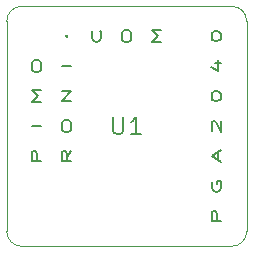
<source format=gbr>
%TF.GenerationSoftware,KiCad,Pcbnew,(5.1.9)-1*%
%TF.CreationDate,2021-11-21T10:50:56+09:00*%
%TF.ProjectId,main3,6d61696e-332e-46b6-9963-61645f706362,2*%
%TF.SameCoordinates,Original*%
%TF.FileFunction,Legend,Top*%
%TF.FilePolarity,Positive*%
%FSLAX46Y46*%
G04 Gerber Fmt 4.6, Leading zero omitted, Abs format (unit mm)*
G04 Created by KiCad (PCBNEW (5.1.9)-1) date 2021-11-21 10:50:56*
%MOMM*%
%LPD*%
G01*
G04 APERTURE LIST*
%ADD10C,0.120000*%
%ADD11C,0.200000*%
G04 APERTURE END LIST*
D10*
%TO.C,U1*%
X328565000Y-194570000D02*
X310785000Y-194570000D01*
X329835000Y-175520000D02*
X329835000Y-193300000D01*
X310785000Y-174250000D02*
X328565000Y-174250000D01*
X309515000Y-175520000D02*
X309515000Y-193300000D01*
X309515000Y-193300000D02*
G75*
G03*
X310785000Y-194570000I1270000J0D01*
G01*
X328565000Y-194570000D02*
G75*
G03*
X329835000Y-193300000I0J1270000D01*
G01*
X329835000Y-175520000D02*
G75*
G03*
X328565000Y-174250000I-1270000J0D01*
G01*
X310785000Y-174250000D02*
G75*
G03*
X309515000Y-175520000I0J-1270000D01*
G01*
D11*
X318522142Y-183588571D02*
X318522142Y-184802857D01*
X318593571Y-184945714D01*
X318665000Y-185017142D01*
X318807857Y-185088571D01*
X319093571Y-185088571D01*
X319236428Y-185017142D01*
X319307857Y-184945714D01*
X319379285Y-184802857D01*
X319379285Y-183588571D01*
X320879285Y-185088571D02*
X320022142Y-185088571D01*
X320450714Y-185088571D02*
X320450714Y-183588571D01*
X320307857Y-183802857D01*
X320165000Y-183945714D01*
X320022142Y-184017142D01*
X322576904Y-177290000D02*
X321776904Y-177290000D01*
X322348333Y-176790000D01*
X321776904Y-176290000D01*
X322576904Y-176290000D01*
X319236904Y-176932857D02*
X319236904Y-176647142D01*
X319275000Y-176504285D01*
X319351190Y-176361428D01*
X319503571Y-176290000D01*
X319770238Y-176290000D01*
X319922619Y-176361428D01*
X319998809Y-176504285D01*
X320036904Y-176647142D01*
X320036904Y-176932857D01*
X319998809Y-177075714D01*
X319922619Y-177218571D01*
X319770238Y-177290000D01*
X319503571Y-177290000D01*
X319351190Y-177218571D01*
X319275000Y-177075714D01*
X319236904Y-176932857D01*
X317420714Y-176325714D02*
X317458809Y-176397142D01*
X317496904Y-176611428D01*
X317496904Y-176754285D01*
X317458809Y-176968571D01*
X317382619Y-177111428D01*
X317306428Y-177182857D01*
X317154047Y-177254285D01*
X317039761Y-177254285D01*
X316887380Y-177182857D01*
X316811190Y-177111428D01*
X316735000Y-176968571D01*
X316696904Y-176754285D01*
X316696904Y-176611428D01*
X316735000Y-176397142D01*
X316773095Y-176325714D01*
X314560714Y-176790000D02*
X314598809Y-176718571D01*
X314636904Y-176790000D01*
X314598809Y-176861428D01*
X314560714Y-176790000D01*
X314636904Y-176790000D01*
X326856904Y-176861428D02*
X326856904Y-176718571D01*
X326895000Y-176575714D01*
X326933095Y-176504285D01*
X327009285Y-176432857D01*
X327161666Y-176361428D01*
X327352142Y-176361428D01*
X327504523Y-176432857D01*
X327580714Y-176504285D01*
X327618809Y-176575714D01*
X327656904Y-176718571D01*
X327656904Y-176861428D01*
X327618809Y-177004285D01*
X327580714Y-177075714D01*
X327504523Y-177147142D01*
X327352142Y-177218571D01*
X327161666Y-177218571D01*
X327009285Y-177147142D01*
X326933095Y-177075714D01*
X326895000Y-177004285D01*
X326856904Y-176861428D01*
X327123571Y-179044285D02*
X327656904Y-179044285D01*
X326818809Y-179401428D02*
X327390238Y-179758571D01*
X327390238Y-178830000D01*
X326856904Y-181941428D02*
X326856904Y-181798571D01*
X326895000Y-181655714D01*
X326933095Y-181584285D01*
X327009285Y-181512857D01*
X327161666Y-181441428D01*
X327352142Y-181441428D01*
X327504523Y-181512857D01*
X327580714Y-181584285D01*
X327618809Y-181655714D01*
X327656904Y-181798571D01*
X327656904Y-181941428D01*
X327618809Y-182084285D01*
X327580714Y-182155714D01*
X327504523Y-182227142D01*
X327352142Y-182298571D01*
X327161666Y-182298571D01*
X327009285Y-182227142D01*
X326933095Y-182155714D01*
X326895000Y-182084285D01*
X326856904Y-181941428D01*
X326933095Y-184838571D02*
X326895000Y-184767142D01*
X326856904Y-184624285D01*
X326856904Y-184267142D01*
X326895000Y-184124285D01*
X326933095Y-184052857D01*
X327009285Y-183981428D01*
X327085476Y-183981428D01*
X327199761Y-184052857D01*
X327656904Y-184910000D01*
X327656904Y-183981428D01*
X327428333Y-187307142D02*
X327428333Y-186592857D01*
X327656904Y-187450000D02*
X326856904Y-186950000D01*
X327656904Y-186450000D01*
X326895000Y-189097142D02*
X326856904Y-189240000D01*
X326856904Y-189454285D01*
X326895000Y-189668571D01*
X326971190Y-189811428D01*
X327047380Y-189882857D01*
X327199761Y-189954285D01*
X327314047Y-189954285D01*
X327466428Y-189882857D01*
X327542619Y-189811428D01*
X327618809Y-189668571D01*
X327656904Y-189454285D01*
X327656904Y-189311428D01*
X327618809Y-189097142D01*
X327580714Y-189025714D01*
X327314047Y-189025714D01*
X327314047Y-189311428D01*
X327656904Y-192422857D02*
X326856904Y-192422857D01*
X326856904Y-191851428D01*
X326895000Y-191708571D01*
X326933095Y-191637142D01*
X327009285Y-191565714D01*
X327123571Y-191565714D01*
X327199761Y-191637142D01*
X327237857Y-191708571D01*
X327275952Y-191851428D01*
X327275952Y-192422857D01*
X314956904Y-179330000D02*
X314156904Y-179330000D01*
X314956904Y-182298571D02*
X314156904Y-182298571D01*
X314956904Y-181441428D01*
X314156904Y-181441428D01*
X314156904Y-184552857D02*
X314156904Y-184267142D01*
X314195000Y-184124285D01*
X314271190Y-183981428D01*
X314423571Y-183910000D01*
X314690238Y-183910000D01*
X314842619Y-183981428D01*
X314918809Y-184124285D01*
X314956904Y-184267142D01*
X314956904Y-184552857D01*
X314918809Y-184695714D01*
X314842619Y-184838571D01*
X314690238Y-184910000D01*
X314423571Y-184910000D01*
X314271190Y-184838571D01*
X314195000Y-184695714D01*
X314156904Y-184552857D01*
X314956904Y-186485714D02*
X314575952Y-186985714D01*
X314956904Y-187342857D02*
X314156904Y-187342857D01*
X314156904Y-186771428D01*
X314195000Y-186628571D01*
X314233095Y-186557142D01*
X314309285Y-186485714D01*
X314423571Y-186485714D01*
X314499761Y-186557142D01*
X314537857Y-186628571D01*
X314575952Y-186771428D01*
X314575952Y-187342857D01*
X311616904Y-179472857D02*
X311616904Y-179187142D01*
X311655000Y-179044285D01*
X311731190Y-178901428D01*
X311883571Y-178830000D01*
X312150238Y-178830000D01*
X312302619Y-178901428D01*
X312378809Y-179044285D01*
X312416904Y-179187142D01*
X312416904Y-179472857D01*
X312378809Y-179615714D01*
X312302619Y-179758571D01*
X312150238Y-179830000D01*
X311883571Y-179830000D01*
X311731190Y-179758571D01*
X311655000Y-179615714D01*
X311616904Y-179472857D01*
X312416904Y-182370000D02*
X311616904Y-182370000D01*
X312188333Y-181870000D01*
X311616904Y-181370000D01*
X312416904Y-181370000D01*
X312416904Y-184410000D02*
X311616904Y-184410000D01*
X312416904Y-187342857D02*
X311616904Y-187342857D01*
X311616904Y-186771428D01*
X311655000Y-186628571D01*
X311693095Y-186557142D01*
X311769285Y-186485714D01*
X311883571Y-186485714D01*
X311959761Y-186557142D01*
X311997857Y-186628571D01*
X312035952Y-186771428D01*
X312035952Y-187342857D01*
%TD*%
M02*

</source>
